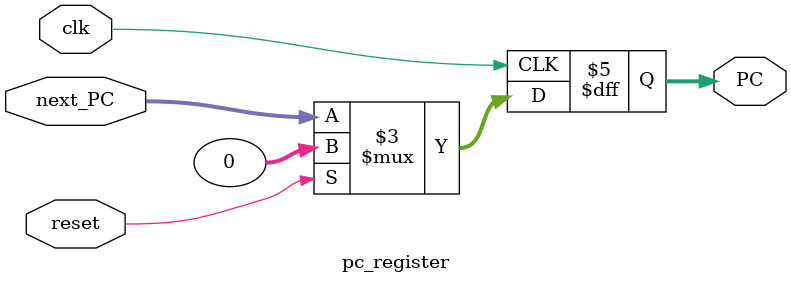
<source format=sv>
module pc_register (
    input wire clk,              // Clock
    input wire reset,            // Reset síncrono
    input wire [31:0] next_PC,   // Próximo endereço do PC
    output reg [31:0] PC         // Endereço atual do PC
);
    always @(posedge clk) begin
        if (reset)
            PC <= 32'h00000000;  // Zera o PC se reset=1
        else
            PC <= next_PC;       // Atualiza com next_PC
    end
endmodule

</source>
